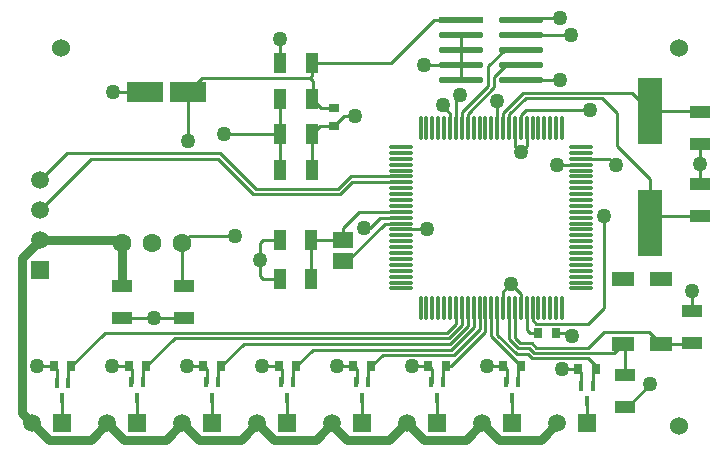
<source format=gtl>
G04 Layer_Physical_Order=1*
G04 Layer_Color=255*
%FSLAX23Y23*%
%MOIN*%
G70*
G01*
G75*
%ADD10O,0.081X0.012*%
%ADD11O,0.012X0.081*%
%ADD12R,0.083X0.220*%
%ADD13R,0.150X0.020*%
%ADD14O,0.150X0.020*%
%ADD15R,0.028X0.035*%
%ADD16R,0.043X0.067*%
%ADD17R,0.067X0.053*%
%ADD18R,0.035X0.028*%
%ADD19R,0.120X0.071*%
%ADD20R,0.067X0.043*%
%ADD21R,0.016X0.035*%
%ADD22R,0.075X0.051*%
%ADD23C,0.010*%
%ADD24C,0.030*%
%ADD25C,0.063*%
%ADD26C,0.060*%
%ADD27C,0.059*%
%ADD28R,0.059X0.059*%
%ADD29R,0.059X0.059*%
%ADD30C,0.050*%
D10*
X2315Y2081D02*
D03*
Y2062D02*
D03*
Y2042D02*
D03*
Y2022D02*
D03*
Y2002D02*
D03*
Y1983D02*
D03*
Y1963D02*
D03*
Y1943D02*
D03*
Y1924D02*
D03*
Y1904D02*
D03*
Y1884D02*
D03*
Y1865D02*
D03*
Y1845D02*
D03*
Y1825D02*
D03*
Y1806D02*
D03*
Y1786D02*
D03*
Y1766D02*
D03*
Y1747D02*
D03*
Y1727D02*
D03*
Y1707D02*
D03*
Y1688D02*
D03*
Y1668D02*
D03*
Y1648D02*
D03*
Y1628D02*
D03*
Y1609D02*
D03*
X2915D02*
D03*
Y1628D02*
D03*
Y1648D02*
D03*
Y1668D02*
D03*
Y1688D02*
D03*
Y1707D02*
D03*
Y1727D02*
D03*
Y1747D02*
D03*
Y1766D02*
D03*
Y1786D02*
D03*
Y1806D02*
D03*
Y1825D02*
D03*
Y1845D02*
D03*
Y1865D02*
D03*
Y1884D02*
D03*
Y1904D02*
D03*
Y1924D02*
D03*
Y1943D02*
D03*
Y1963D02*
D03*
Y1983D02*
D03*
Y2002D02*
D03*
Y2022D02*
D03*
Y2042D02*
D03*
Y2062D02*
D03*
Y2081D02*
D03*
D11*
X2379Y1545D02*
D03*
X2398D02*
D03*
X2418D02*
D03*
X2438D02*
D03*
X2458D02*
D03*
X2477D02*
D03*
X2497D02*
D03*
X2517D02*
D03*
X2536D02*
D03*
X2556D02*
D03*
X2576D02*
D03*
X2595D02*
D03*
X2615D02*
D03*
X2635D02*
D03*
X2654D02*
D03*
X2674D02*
D03*
X2694D02*
D03*
X2713D02*
D03*
X2733D02*
D03*
X2753D02*
D03*
X2772D02*
D03*
X2792D02*
D03*
X2812D02*
D03*
X2832D02*
D03*
X2851D02*
D03*
Y2145D02*
D03*
X2832D02*
D03*
X2812D02*
D03*
X2792D02*
D03*
X2772D02*
D03*
X2753D02*
D03*
X2733D02*
D03*
X2713D02*
D03*
X2694D02*
D03*
X2674D02*
D03*
X2654D02*
D03*
X2635D02*
D03*
X2615D02*
D03*
X2595D02*
D03*
X2576D02*
D03*
X2556D02*
D03*
X2536D02*
D03*
X2517D02*
D03*
X2497D02*
D03*
X2477D02*
D03*
X2458D02*
D03*
X2438D02*
D03*
X2418D02*
D03*
X2398D02*
D03*
X2379D02*
D03*
D12*
X3145Y2200D02*
D03*
Y1826D02*
D03*
D13*
X2515Y2505D02*
D03*
D14*
Y2455D02*
D03*
Y2405D02*
D03*
Y2355D02*
D03*
Y2305D02*
D03*
X2715Y2505D02*
D03*
Y2455D02*
D03*
Y2405D02*
D03*
Y2355D02*
D03*
Y2305D02*
D03*
D15*
X2771Y1460D02*
D03*
X2830D02*
D03*
X2905Y1340D02*
D03*
X2964D02*
D03*
X2655Y1350D02*
D03*
X2715D02*
D03*
X2405D02*
D03*
X2465D02*
D03*
X2155D02*
D03*
X2215D02*
D03*
X1906Y1350D02*
D03*
X1965D02*
D03*
X1655Y1350D02*
D03*
X1715D02*
D03*
X1406Y1350D02*
D03*
X1465D02*
D03*
X1156D02*
D03*
X1215D02*
D03*
D16*
X2015Y1770D02*
D03*
X1909D02*
D03*
X2015Y1640D02*
D03*
X1909D02*
D03*
X1912Y2005D02*
D03*
X2018D02*
D03*
X1912Y2125D02*
D03*
X2018D02*
D03*
X1912Y2360D02*
D03*
X2018D02*
D03*
X1912Y2240D02*
D03*
X2018D02*
D03*
D17*
X2120Y1771D02*
D03*
Y1699D02*
D03*
D18*
X2090Y2151D02*
D03*
Y2210D02*
D03*
D19*
X1604Y2265D02*
D03*
X1460D02*
D03*
D20*
X1590Y1618D02*
D03*
Y1512D02*
D03*
X1385Y1618D02*
D03*
Y1512D02*
D03*
X3060Y1321D02*
D03*
Y1215D02*
D03*
X3285Y1427D02*
D03*
Y1533D02*
D03*
X3310Y1850D02*
D03*
Y1956D02*
D03*
Y2196D02*
D03*
Y2090D02*
D03*
D21*
X2934Y1234D02*
D03*
X2915Y1285D02*
D03*
X2954D02*
D03*
X2685Y1244D02*
D03*
X2665Y1296D02*
D03*
X2705D02*
D03*
X2435Y1244D02*
D03*
X2415Y1296D02*
D03*
X2455D02*
D03*
X2185Y1245D02*
D03*
X2165Y1296D02*
D03*
X2205D02*
D03*
X1935Y1245D02*
D03*
X1915Y1296D02*
D03*
X1955D02*
D03*
X1685Y1244D02*
D03*
X1665Y1296D02*
D03*
X1705D02*
D03*
X1435Y1245D02*
D03*
X1415Y1296D02*
D03*
X1455D02*
D03*
X1185Y1244D02*
D03*
X1166Y1295D02*
D03*
X1205D02*
D03*
D22*
X3180Y1425D02*
D03*
Y1642D02*
D03*
X3054Y1425D02*
D03*
Y1642D02*
D03*
D23*
X2833Y2022D02*
X2915D01*
X2245Y1845D02*
X2315D01*
X2175Y1865D02*
X2315D01*
X2148Y1983D02*
X2315D01*
X2260Y1825D02*
X2314D01*
X2152Y1963D02*
X2315D01*
X2134Y1699D02*
X2260Y1825D01*
X2120Y1699D02*
X2134D01*
X1375Y1770D02*
X1385Y1760D01*
X2654Y2194D02*
X2722Y2262D01*
X2985Y2245D02*
X3035Y2195D01*
X2730Y2245D02*
X2985D01*
X2674Y2189D02*
X2730Y2245D01*
X2497Y2242D02*
X2510Y2255D01*
X2635Y2146D02*
Y2235D01*
X2635Y2145D02*
X2635Y2146D01*
X2625Y2315D02*
X2665Y2355D01*
X2625Y2280D02*
Y2315D01*
X2536Y2191D02*
X2625Y2280D01*
X2605Y2350D02*
X2660Y2405D01*
X2605Y2285D02*
Y2350D01*
X2517Y2197D02*
X2605Y2285D01*
X2112Y1923D02*
X2152Y1963D01*
X1822Y1923D02*
X2112D01*
X1705Y2040D02*
X1822Y1923D01*
X1280Y2040D02*
X1705D01*
X1830Y1940D02*
X2105D01*
X1710Y2060D02*
X1830Y1940D01*
X1200Y2060D02*
X1710D01*
X2105Y1940D02*
X2148Y1983D01*
X2190Y1810D02*
X2210D01*
X2245Y1845D01*
X2120Y1810D02*
X2175Y1865D01*
X2120Y1771D02*
Y1810D01*
X2753Y1545D02*
X2755Y1543D01*
X2694Y1444D02*
X2711Y1427D01*
X2694Y1444D02*
Y1545D01*
X2674Y1440D02*
Y1545D01*
Y1440D02*
X2704Y1410D01*
X2635Y1455D02*
X2700Y1390D01*
X2635Y1455D02*
Y1545D01*
X2615Y1450D02*
X2715Y1350D01*
X2615Y1450D02*
Y1545D01*
X2465Y1350D02*
X2480D01*
X2595Y1465D01*
Y1545D01*
X2215Y1350D02*
X2253Y1388D01*
X2489D01*
X2576Y1474D01*
Y1545D01*
X1965Y1350D02*
X2020Y1405D01*
X2482D01*
X2556Y1479D01*
X2536Y1483D02*
Y1545D01*
X2478Y1425D02*
X2536Y1483D01*
X2497Y1492D02*
Y1545D01*
X2467Y1462D02*
X2497Y1492D01*
X2156Y1350D02*
X2166Y1340D01*
X2556Y1479D02*
Y1545D01*
X2517Y1488D02*
Y1545D01*
X2474Y1445D02*
X2517Y1488D01*
X1715Y1350D02*
X1790Y1425D01*
X2478D01*
X1465Y1350D02*
X1560Y1445D01*
X2474D01*
X1350Y1350D02*
X1406D01*
X1327Y1462D02*
X2467D01*
X1215Y1350D02*
X1327Y1462D01*
X2315Y1806D02*
X2399D01*
X3303Y2189D02*
X3310Y2196D01*
X3035Y2085D02*
Y2195D01*
X3285Y1533D02*
Y1600D01*
X3070Y1215D02*
X3145Y1290D01*
X3060Y1215D02*
X3070D01*
X3283Y1425D02*
X3285Y1427D01*
X3180Y1425D02*
X3283D01*
X3310Y1956D02*
Y2025D01*
Y2090D01*
X2733Y2083D02*
Y2145D01*
X2715Y2065D02*
X2733Y2083D01*
X2694Y2081D02*
X2710Y2065D01*
X2715D01*
X2674Y2145D02*
Y2189D01*
X2730Y2205D02*
X2945D01*
X2713Y2188D02*
X2730Y2205D01*
X2694Y2081D02*
Y2145D01*
X2390Y2355D02*
X2515D01*
Y2405D02*
Y2455D01*
Y2355D02*
Y2405D01*
Y2305D02*
Y2355D01*
X1912Y2360D02*
Y2442D01*
X1725Y2125D02*
X1912D01*
Y2240D01*
Y2005D02*
Y2125D01*
X1845Y1705D02*
Y1760D01*
Y1650D02*
Y1705D01*
Y1760D02*
X1855Y1770D01*
X1845Y1650D02*
X1855Y1640D01*
Y1770D02*
X1909D01*
X1855Y1640D02*
X1909D01*
X1355Y2265D02*
X1460D01*
X1385Y1512D02*
X1490D01*
X1590D01*
X1955Y1340D02*
X1965Y1350D01*
X1955Y1296D02*
Y1340D01*
X2205Y1340D02*
X2215Y1350D01*
X2205Y1296D02*
Y1340D01*
X2455Y1340D02*
X2465Y1350D01*
X2455Y1300D02*
Y1340D01*
X2705Y1340D02*
X2715Y1350D01*
X2705Y1301D02*
Y1340D01*
X2656Y1350D02*
X2666Y1340D01*
X2934Y1234D02*
Y1240D01*
X2685Y1244D02*
Y1250D01*
Y1160D02*
Y1244D01*
X2435D02*
Y1249D01*
Y1160D02*
Y1244D01*
X2185Y1245D02*
Y1250D01*
Y1160D02*
Y1245D01*
X1850Y1350D02*
X1906D01*
X1935Y1245D02*
Y1249D01*
Y1160D02*
Y1245D01*
X2406Y1350D02*
X2416Y1340D01*
X1906Y1350D02*
X1916Y1340D01*
X1656Y1350D02*
X1666Y1340D01*
X1406Y1350D02*
X1416Y1340D01*
X1100Y1350D02*
X1156D01*
X1166Y1340D01*
Y1295D02*
Y1340D01*
X2937Y1492D02*
X2990Y1545D01*
Y1850D01*
X2425Y2505D02*
X2515D01*
X2280Y2360D02*
X2425Y2505D01*
X2018Y2360D02*
X2280D01*
X2654Y2145D02*
Y2194D01*
X2497Y2145D02*
Y2242D01*
X2517Y2145D02*
Y2197D01*
X2556Y1545D02*
X2557Y1544D01*
X2536Y2145D02*
Y2191D01*
X2477Y2145D02*
Y2193D01*
X2654Y1545D02*
Y1599D01*
X2713Y1545D02*
Y1592D01*
Y2145D02*
Y2188D01*
X2048Y2210D02*
X2090D01*
X2018Y2240D02*
X2048Y2210D01*
X2018Y2240D02*
X2020Y2242D01*
Y2300D01*
X2010Y2310D02*
X2020Y2300D01*
X2018Y2318D02*
Y2360D01*
X2010Y2310D02*
X2018Y2318D01*
X1649Y2310D02*
X2010D01*
X1604Y2265D02*
X1649Y2310D01*
X1604Y2265D02*
X1605Y2264D01*
Y2100D02*
Y2264D01*
X1110Y1970D02*
X1200Y2060D01*
X1610Y1785D02*
X1760D01*
X1585Y1760D02*
X1610Y1785D01*
X1185Y1160D02*
Y1244D01*
X1585Y1623D02*
X1590Y1618D01*
X1585Y1623D02*
Y1760D01*
X1110Y1870D02*
X1280Y2040D01*
X3140Y1465D02*
X3180Y1425D01*
X2654Y1599D02*
X2680Y1625D01*
X2713Y1592D01*
X2314Y1825D02*
X2315Y1825D01*
X2119Y1770D02*
X2120Y1771D01*
X2015Y1770D02*
X2119D01*
X2015Y1640D02*
Y1770D01*
X2124Y2185D02*
X2160D01*
X2090Y2151D02*
X2124Y2185D01*
X2665Y2355D02*
X2715D01*
X2018Y2005D02*
Y2125D01*
X2044Y2151D01*
X2090D01*
X2455Y2215D02*
X2477Y2193D01*
X2455Y2215D02*
Y2220D01*
X2715Y2455D02*
X2880D01*
X2720Y2510D02*
X2845D01*
X2715Y2505D02*
X2720Y2510D01*
X2660Y2405D02*
X2715D01*
Y2305D02*
X2845D01*
X3054Y1425D02*
X3060Y1419D01*
Y1321D02*
Y1419D01*
X1705Y1340D02*
X1715Y1350D01*
X1705Y1296D02*
Y1340D01*
X1685Y1160D02*
Y1244D01*
X1455Y1340D02*
X1465Y1350D01*
X1455Y1296D02*
Y1340D01*
X1435Y1160D02*
Y1245D01*
X1205Y1340D02*
X1215Y1350D01*
X1205Y1295D02*
Y1340D01*
X1185Y1244D02*
X1185Y1244D01*
X2990Y1465D02*
X3140D01*
X2755Y1503D02*
Y1543D01*
Y1503D02*
X2765Y1492D01*
X2700Y1390D02*
X2738D01*
X2765Y1492D02*
X2937D01*
X2745Y1460D02*
X2771D01*
X2733Y1472D02*
X2745Y1460D01*
X2733Y1472D02*
Y1545D01*
X2711Y1427D02*
X2749D01*
X2704Y1410D02*
X2742D01*
X2830Y1460D02*
X2875D01*
X2885Y1450D01*
X2742Y1410D02*
X2757Y1395D01*
X3024D01*
X3054Y1425D01*
X2954Y1330D02*
X2964Y1340D01*
X2954Y1291D02*
Y1330D01*
X2905Y1340D02*
X2915Y1330D01*
X2935Y1150D02*
Y1155D01*
Y1160D01*
Y1229D01*
X2749Y1427D02*
X2764Y1412D01*
X2937D01*
X2990Y1465D01*
X2738Y1390D02*
X2750Y1378D01*
X2937D01*
X2965Y1350D01*
X2722Y2262D02*
X3083D01*
X3145Y2200D01*
X3306D01*
X3310Y2196D01*
X3035Y2085D02*
X3145Y1975D01*
X3150Y1850D02*
X3310D01*
X3145Y1845D02*
X3150Y1850D01*
X3145Y1845D02*
Y1975D01*
X2915Y2042D02*
X3008D01*
X3030Y2020D01*
X1416Y1295D02*
Y1340D01*
X1666Y1295D02*
Y1340D01*
X1600Y1350D02*
X1656D01*
X1916Y1295D02*
Y1340D01*
X2100Y1350D02*
X2156D01*
X2166Y1295D02*
Y1340D01*
X2350Y1350D02*
X2406D01*
X2416Y1295D02*
Y1340D01*
X2600Y1350D02*
X2656D01*
X2666Y1295D02*
Y1340D01*
X2650Y1355D02*
X2655D01*
X2915Y1285D02*
Y1330D01*
X2849Y1340D02*
X2905D01*
D24*
X1110Y1770D02*
X1375D01*
X1385Y1618D02*
Y1760D01*
X1050Y1710D02*
X1110Y1770D01*
X1050Y1195D02*
Y1710D01*
Y1195D02*
X1085Y1160D01*
X2585D02*
X2640Y1105D01*
X2335Y1160D02*
X2390Y1105D01*
X2530D01*
X2585Y1160D01*
X2082Y1158D02*
X2085Y1160D01*
X2030Y1105D02*
X2082Y1158D01*
X2135Y1105D02*
X2275D01*
X2330Y1160D01*
X1835D02*
X1890Y1105D01*
X2030D01*
X1585Y1160D02*
X1640Y1105D01*
X1780D01*
X1835Y1160D01*
X1335D02*
X1390Y1105D01*
X1530D01*
X1585Y1160D01*
X1280Y1105D02*
X1335Y1160D01*
X1140Y1105D02*
X1280D01*
X1085Y1160D02*
X1140Y1105D01*
X2640D02*
X2780D01*
X2835Y1160D01*
X2082Y1158D02*
X2135Y1105D01*
X2080Y1160D02*
X2082Y1158D01*
D25*
X1585Y1760D02*
D03*
X1485D02*
D03*
X1385D02*
D03*
D26*
X3240Y1150D02*
D03*
Y2410D02*
D03*
X1180D02*
D03*
D27*
X1110Y1970D02*
D03*
Y1870D02*
D03*
Y1770D02*
D03*
X2835Y1160D02*
D03*
X2585D02*
D03*
X2335D02*
D03*
X2085D02*
D03*
X1835D02*
D03*
X1585D02*
D03*
X1335D02*
D03*
X1085D02*
D03*
D28*
X1110Y1670D02*
D03*
D29*
X2935Y1160D02*
D03*
X2685D02*
D03*
X2435D02*
D03*
X2185D02*
D03*
X1935D02*
D03*
X1685D02*
D03*
X1435D02*
D03*
X1185D02*
D03*
D30*
X3030Y2020D02*
D03*
X2510Y2255D02*
D03*
X2635Y2235D02*
D03*
X2190Y1810D02*
D03*
X2100Y1350D02*
D03*
X1350D02*
D03*
X2399Y1806D02*
D03*
X3285Y1600D02*
D03*
X3145Y1290D02*
D03*
X2833Y2022D02*
D03*
X3310Y2025D02*
D03*
X2715Y2065D02*
D03*
X2390Y2355D02*
D03*
X1912Y2442D02*
D03*
X1725Y2125D02*
D03*
X1845Y1705D02*
D03*
X1355Y2265D02*
D03*
X1490Y1512D02*
D03*
X2600Y1350D02*
D03*
X2350D02*
D03*
X1850D02*
D03*
X1600D02*
D03*
X1100D02*
D03*
X2990Y1850D02*
D03*
X1605Y2100D02*
D03*
X1760Y1785D02*
D03*
X2680Y1625D02*
D03*
X2160Y2185D02*
D03*
X2455Y2220D02*
D03*
X2880Y2455D02*
D03*
X2845Y2510D02*
D03*
X2945Y2205D02*
D03*
X2845Y2305D02*
D03*
X2885Y1450D02*
D03*
X2849Y1340D02*
D03*
M02*

</source>
